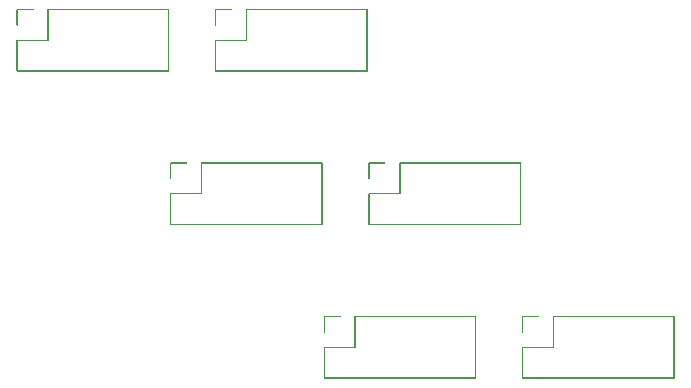
<source format=gbo>
%MOIN*%
%OFA0B0*%
%FSLAX44Y44*%
%IPPOS*%
%LPD*%
G36*
X00008460Y00037270D02*
G01*
X00008467Y00037271D01*
X00008474Y00037275D01*
X00008479Y00037280D01*
X00008482Y00037287D01*
X00008484Y00037294D01*
X00008484Y00039341D01*
X00008482Y00039348D01*
X00008479Y00039355D01*
X00008474Y00039360D01*
X00008467Y00039364D01*
X00008460Y00039365D01*
X00008453Y00039364D01*
X00008446Y00039360D01*
X00008441Y00039355D01*
X00008437Y00039348D01*
X00008436Y00039341D01*
X00008436Y00037294D01*
X00008437Y00037287D01*
X00008441Y00037280D01*
X00008446Y00037275D01*
X00008453Y00037271D01*
X00008460Y00037270D01*
G37*
G36*
X00008460Y00039318D02*
G01*
X00008467Y00039319D01*
X00008474Y00039322D01*
X00008479Y00039327D01*
X00008482Y00039334D01*
X00008484Y00039341D01*
X00008482Y00039348D01*
X00008479Y00039355D01*
X00008474Y00039360D01*
X00008467Y00039364D01*
X00008460Y00039365D01*
X00004436Y00039365D01*
X00004429Y00039364D01*
X00004422Y00039360D01*
X00004417Y00039355D01*
X00004414Y00039348D01*
X00004413Y00039341D01*
X00004414Y00039334D01*
X00004417Y00039327D01*
X00004422Y00039322D01*
X00004429Y00039319D01*
X00004436Y00039318D01*
X00008460Y00039318D01*
G37*
G36*
X00008460Y00037270D02*
G01*
X00008467Y00037271D01*
X00008474Y00037275D01*
X00008479Y00037280D01*
X00008482Y00037287D01*
X00008484Y00037294D01*
X00008482Y00037301D01*
X00008479Y00037308D01*
X00008474Y00037313D01*
X00008467Y00037316D01*
X00008460Y00037318D01*
X00003413Y00037318D01*
X00003405Y00037316D01*
X00003399Y00037313D01*
X00003394Y00037308D01*
X00003390Y00037301D01*
X00003388Y00037294D01*
X00003390Y00037287D01*
X00003394Y00037280D01*
X00003399Y00037275D01*
X00003405Y00037271D01*
X00003413Y00037270D01*
X00008460Y00037270D01*
G37*
G36*
X00004436Y00038294D02*
G01*
X00004444Y00038295D01*
X00004450Y00038298D01*
X00004455Y00038304D01*
X00004459Y00038309D01*
X00004460Y00038317D01*
X00004460Y00039341D01*
X00004459Y00039348D01*
X00004455Y00039355D01*
X00004450Y00039360D01*
X00004444Y00039364D01*
X00004436Y00039365D01*
X00004429Y00039364D01*
X00004422Y00039360D01*
X00004417Y00039355D01*
X00004414Y00039348D01*
X00004413Y00039341D01*
X00004413Y00038317D01*
X00004414Y00038309D01*
X00004417Y00038304D01*
X00004422Y00038298D01*
X00004429Y00038295D01*
X00004436Y00038294D01*
G37*
G36*
X00004436Y00038294D02*
G01*
X00004444Y00038295D01*
X00004450Y00038298D01*
X00004455Y00038304D01*
X00004459Y00038309D01*
X00004460Y00038317D01*
X00004459Y00038325D01*
X00004455Y00038331D01*
X00004450Y00038337D01*
X00004444Y00038340D01*
X00004436Y00038341D01*
X00003413Y00038341D01*
X00003405Y00038340D01*
X00003399Y00038337D01*
X00003394Y00038331D01*
X00003390Y00038325D01*
X00003388Y00038317D01*
X00003390Y00038309D01*
X00003394Y00038304D01*
X00003399Y00038298D01*
X00003405Y00038295D01*
X00003413Y00038294D01*
X00004436Y00038294D01*
G37*
G36*
X00003413Y00037270D02*
G01*
X00003420Y00037271D01*
X00003427Y00037275D01*
X00003431Y00037280D01*
X00003435Y00037287D01*
X00003436Y00037294D01*
X00003436Y00038317D01*
X00003435Y00038325D01*
X00003431Y00038331D01*
X00003427Y00038337D01*
X00003420Y00038340D01*
X00003413Y00038341D01*
X00003405Y00038340D01*
X00003399Y00038337D01*
X00003394Y00038331D01*
X00003390Y00038325D01*
X00003388Y00038317D01*
X00003388Y00037294D01*
X00003390Y00037287D01*
X00003394Y00037280D01*
X00003399Y00037275D01*
X00003405Y00037271D01*
X00003413Y00037270D01*
G37*
G36*
X00003936Y00039318D02*
G01*
X00003943Y00039319D01*
X00003950Y00039322D01*
X00003955Y00039327D01*
X00003958Y00039334D01*
X00003960Y00039341D01*
X00003958Y00039348D01*
X00003955Y00039355D01*
X00003950Y00039360D01*
X00003943Y00039364D01*
X00003936Y00039365D01*
X00003413Y00039365D01*
X00003405Y00039364D01*
X00003399Y00039360D01*
X00003394Y00039355D01*
X00003390Y00039348D01*
X00003388Y00039341D01*
X00003390Y00039334D01*
X00003394Y00039327D01*
X00003399Y00039322D01*
X00003405Y00039319D01*
X00003413Y00039318D01*
X00003936Y00039318D01*
G37*
G36*
X00003413Y00038793D02*
G01*
X00003420Y00038795D01*
X00003427Y00038797D01*
X00003431Y00038804D01*
X00003435Y00038809D01*
X00003436Y00038818D01*
X00003436Y00039341D01*
X00003435Y00039348D01*
X00003431Y00039355D01*
X00003427Y00039360D01*
X00003420Y00039364D01*
X00003413Y00039365D01*
X00003405Y00039364D01*
X00003399Y00039360D01*
X00003394Y00039355D01*
X00003390Y00039348D01*
X00003388Y00039341D01*
X00003388Y00038818D01*
X00003390Y00038809D01*
X00003394Y00038804D01*
X00003399Y00038797D01*
X00003405Y00038795D01*
X00003413Y00038793D01*
G37*
G36*
X00010027Y00038793D02*
G01*
X00010034Y00038795D01*
X00010041Y00038797D01*
X00010046Y00038804D01*
X00010048Y00038809D01*
X00010049Y00038818D01*
X00010049Y00039341D01*
X00010048Y00039348D01*
X00010046Y00039355D01*
X00010041Y00039360D01*
X00010034Y00039364D01*
X00010027Y00039365D01*
X00010020Y00039364D01*
X00010013Y00039360D01*
X00010008Y00039355D01*
X00010004Y00039348D01*
X00010003Y00039341D01*
X00010003Y00038818D01*
X00010004Y00038809D01*
X00010008Y00038804D01*
X00010013Y00038797D01*
X00010020Y00038795D01*
X00010027Y00038793D01*
G37*
G36*
X00010550Y00039318D02*
G01*
X00010558Y00039319D01*
X00010564Y00039322D01*
X00010570Y00039327D01*
X00010572Y00039334D01*
X00010573Y00039341D01*
X00010572Y00039348D01*
X00010570Y00039355D01*
X00010564Y00039360D01*
X00010558Y00039364D01*
X00010550Y00039365D01*
X00010027Y00039365D01*
X00010020Y00039364D01*
X00010013Y00039360D01*
X00010008Y00039355D01*
X00010004Y00039348D01*
X00010003Y00039341D01*
X00010004Y00039334D01*
X00010008Y00039327D01*
X00010013Y00039322D01*
X00010020Y00039319D01*
X00010027Y00039318D01*
X00010550Y00039318D01*
G37*
G36*
X00010027Y00037270D02*
G01*
X00010034Y00037271D01*
X00010041Y00037275D01*
X00010046Y00037280D01*
X00010048Y00037287D01*
X00010049Y00037294D01*
X00010049Y00038317D01*
X00010048Y00038325D01*
X00010046Y00038331D01*
X00010041Y00038337D01*
X00010034Y00038340D01*
X00010027Y00038341D01*
X00010020Y00038340D01*
X00010013Y00038337D01*
X00010008Y00038331D01*
X00010004Y00038325D01*
X00010003Y00038317D01*
X00010003Y00037294D01*
X00010004Y00037287D01*
X00010008Y00037280D01*
X00010013Y00037275D01*
X00010020Y00037271D01*
X00010027Y00037270D01*
G37*
G36*
X00011050Y00038294D02*
G01*
X00011057Y00038295D01*
X00011064Y00038298D01*
X00011070Y00038304D01*
X00011073Y00038309D01*
X00011074Y00038317D01*
X00011073Y00038325D01*
X00011070Y00038331D01*
X00011064Y00038337D01*
X00011057Y00038340D01*
X00011050Y00038341D01*
X00010027Y00038341D01*
X00010020Y00038340D01*
X00010013Y00038337D01*
X00010008Y00038331D01*
X00010004Y00038325D01*
X00010003Y00038317D01*
X00010004Y00038309D01*
X00010008Y00038304D01*
X00010013Y00038298D01*
X00010020Y00038295D01*
X00010027Y00038294D01*
X00011050Y00038294D01*
G37*
G36*
X00011050Y00038294D02*
G01*
X00011057Y00038295D01*
X00011064Y00038298D01*
X00011070Y00038304D01*
X00011073Y00038309D01*
X00011074Y00038317D01*
X00011074Y00039341D01*
X00011073Y00039348D01*
X00011070Y00039355D01*
X00011064Y00039360D01*
X00011057Y00039364D01*
X00011050Y00039365D01*
X00011043Y00039364D01*
X00011036Y00039360D01*
X00011031Y00039355D01*
X00011028Y00039348D01*
X00011027Y00039341D01*
X00011027Y00038317D01*
X00011028Y00038309D01*
X00011031Y00038304D01*
X00011036Y00038298D01*
X00011043Y00038295D01*
X00011050Y00038294D01*
G37*
G36*
X00015074Y00037270D02*
G01*
X00015081Y00037271D01*
X00015088Y00037275D01*
X00015093Y00037280D01*
X00015097Y00037287D01*
X00015098Y00037294D01*
X00015097Y00037301D01*
X00015093Y00037308D01*
X00015088Y00037313D01*
X00015081Y00037316D01*
X00015074Y00037318D01*
X00010027Y00037318D01*
X00010020Y00037316D01*
X00010013Y00037313D01*
X00010008Y00037308D01*
X00010004Y00037301D01*
X00010003Y00037294D01*
X00010004Y00037287D01*
X00010008Y00037280D01*
X00010013Y00037275D01*
X00010020Y00037271D01*
X00010027Y00037270D01*
X00015074Y00037270D01*
G37*
G36*
X00015074Y00039318D02*
G01*
X00015081Y00039319D01*
X00015088Y00039322D01*
X00015093Y00039327D01*
X00015097Y00039334D01*
X00015098Y00039341D01*
X00015097Y00039348D01*
X00015093Y00039355D01*
X00015088Y00039360D01*
X00015081Y00039364D01*
X00015074Y00039365D01*
X00011050Y00039365D01*
X00011043Y00039364D01*
X00011036Y00039360D01*
X00011031Y00039355D01*
X00011028Y00039348D01*
X00011027Y00039341D01*
X00011028Y00039334D01*
X00011031Y00039327D01*
X00011036Y00039322D01*
X00011043Y00039319D01*
X00011050Y00039318D01*
X00015074Y00039318D01*
G37*
G36*
X00015074Y00037270D02*
G01*
X00015081Y00037271D01*
X00015088Y00037275D01*
X00015093Y00037280D01*
X00015097Y00037287D01*
X00015098Y00037294D01*
X00015098Y00039341D01*
X00015097Y00039348D01*
X00015093Y00039355D01*
X00015088Y00039360D01*
X00015081Y00039364D01*
X00015074Y00039365D01*
X00015067Y00039364D01*
X00015060Y00039360D01*
X00015055Y00039355D01*
X00015052Y00039348D01*
X00015049Y00039341D01*
X00015049Y00037294D01*
X00015052Y00037287D01*
X00015055Y00037280D01*
X00015060Y00037275D01*
X00015067Y00037271D01*
X00015074Y00037270D01*
G37*
G04 next file*
G36*
X00013577Y00032152D02*
G01*
X00013585Y00032152D01*
X00013592Y00032156D01*
X00013596Y00032162D01*
X00013600Y00032168D01*
X00013601Y00032176D01*
X00013601Y00034223D01*
X00013600Y00034230D01*
X00013596Y00034237D01*
X00013592Y00034242D01*
X00013585Y00034246D01*
X00013577Y00034247D01*
X00013571Y00034246D01*
X00013564Y00034242D01*
X00013559Y00034237D01*
X00013555Y00034230D01*
X00013553Y00034223D01*
X00013553Y00032176D01*
X00013555Y00032168D01*
X00013559Y00032162D01*
X00013564Y00032156D01*
X00013571Y00032152D01*
X00013577Y00032152D01*
G37*
G36*
X00013577Y00034200D02*
G01*
X00013585Y00034201D01*
X00013592Y00034204D01*
X00013596Y00034209D01*
X00013600Y00034216D01*
X00013601Y00034223D01*
X00013600Y00034230D01*
X00013596Y00034237D01*
X00013592Y00034242D01*
X00013585Y00034246D01*
X00013577Y00034247D01*
X00009554Y00034247D01*
X00009547Y00034246D01*
X00009540Y00034242D01*
X00009535Y00034237D01*
X00009532Y00034230D01*
X00009531Y00034223D01*
X00009532Y00034216D01*
X00009535Y00034209D01*
X00009540Y00034204D01*
X00009547Y00034201D01*
X00009554Y00034200D01*
X00013577Y00034200D01*
G37*
G36*
X00013577Y00032152D02*
G01*
X00013585Y00032152D01*
X00013592Y00032156D01*
X00013596Y00032162D01*
X00013600Y00032168D01*
X00013601Y00032176D01*
X00013600Y00032183D01*
X00013596Y00032190D01*
X00013592Y00032195D01*
X00013585Y00032198D01*
X00013577Y00032200D01*
X00008531Y00032200D01*
X00008523Y00032198D01*
X00008517Y00032195D01*
X00008512Y00032190D01*
X00008508Y00032183D01*
X00008507Y00032176D01*
X00008508Y00032168D01*
X00008512Y00032162D01*
X00008517Y00032156D01*
X00008523Y00032152D01*
X00008531Y00032152D01*
X00013577Y00032152D01*
G37*
G36*
X00009554Y00033176D02*
G01*
X00009562Y00033177D01*
X00009568Y00033180D01*
X00009573Y00033186D01*
X00009577Y00033192D01*
X00009578Y00033200D01*
X00009578Y00034223D01*
X00009577Y00034230D01*
X00009573Y00034237D01*
X00009568Y00034242D01*
X00009562Y00034246D01*
X00009554Y00034247D01*
X00009547Y00034246D01*
X00009540Y00034242D01*
X00009535Y00034237D01*
X00009532Y00034230D01*
X00009531Y00034223D01*
X00009531Y00033200D01*
X00009532Y00033192D01*
X00009535Y00033186D01*
X00009540Y00033180D01*
X00009547Y00033177D01*
X00009554Y00033176D01*
G37*
G36*
X00009554Y00033176D02*
G01*
X00009562Y00033177D01*
X00009568Y00033180D01*
X00009573Y00033186D01*
X00009577Y00033192D01*
X00009578Y00033200D01*
X00009577Y00033207D01*
X00009573Y00033213D01*
X00009568Y00033219D01*
X00009562Y00033221D01*
X00009554Y00033223D01*
X00008531Y00033223D01*
X00008523Y00033221D01*
X00008517Y00033219D01*
X00008512Y00033213D01*
X00008508Y00033207D01*
X00008507Y00033200D01*
X00008508Y00033192D01*
X00008512Y00033186D01*
X00008517Y00033180D01*
X00008523Y00033177D01*
X00008531Y00033176D01*
X00009554Y00033176D01*
G37*
G36*
X00008531Y00032152D02*
G01*
X00008538Y00032152D01*
X00008545Y00032156D01*
X00008550Y00032162D01*
X00008553Y00032168D01*
X00008554Y00032176D01*
X00008554Y00033200D01*
X00008553Y00033207D01*
X00008550Y00033213D01*
X00008545Y00033219D01*
X00008538Y00033221D01*
X00008531Y00033223D01*
X00008523Y00033221D01*
X00008517Y00033219D01*
X00008512Y00033213D01*
X00008508Y00033207D01*
X00008507Y00033200D01*
X00008507Y00032176D01*
X00008508Y00032168D01*
X00008512Y00032162D01*
X00008517Y00032156D01*
X00008523Y00032152D01*
X00008531Y00032152D01*
G37*
G36*
X00009054Y00034200D02*
G01*
X00009062Y00034201D01*
X00009068Y00034204D01*
X00009073Y00034209D01*
X00009077Y00034216D01*
X00009078Y00034223D01*
X00009077Y00034230D01*
X00009073Y00034237D01*
X00009068Y00034242D01*
X00009062Y00034246D01*
X00009054Y00034247D01*
X00008531Y00034247D01*
X00008523Y00034246D01*
X00008517Y00034242D01*
X00008512Y00034237D01*
X00008508Y00034230D01*
X00008507Y00034223D01*
X00008508Y00034216D01*
X00008512Y00034209D01*
X00008517Y00034204D01*
X00008523Y00034201D01*
X00008531Y00034200D01*
X00009054Y00034200D01*
G37*
G36*
X00008531Y00033676D02*
G01*
X00008538Y00033677D01*
X00008545Y00033680D01*
X00008550Y00033686D01*
X00008553Y00033692D01*
X00008554Y00033700D01*
X00008554Y00034223D01*
X00008553Y00034230D01*
X00008550Y00034237D01*
X00008545Y00034242D01*
X00008538Y00034246D01*
X00008531Y00034247D01*
X00008523Y00034246D01*
X00008517Y00034242D01*
X00008512Y00034237D01*
X00008508Y00034230D01*
X00008507Y00034223D01*
X00008507Y00033700D01*
X00008508Y00033692D01*
X00008512Y00033686D01*
X00008517Y00033680D01*
X00008523Y00033677D01*
X00008531Y00033676D01*
G37*
G36*
X00015145Y00033676D02*
G01*
X00015152Y00033677D01*
X00015159Y00033680D01*
X00015164Y00033686D01*
X00015167Y00033692D01*
X00015168Y00033700D01*
X00015168Y00034223D01*
X00015167Y00034230D01*
X00015164Y00034237D01*
X00015159Y00034242D01*
X00015152Y00034246D01*
X00015145Y00034247D01*
X00015138Y00034246D01*
X00015130Y00034242D01*
X00015125Y00034237D01*
X00015121Y00034230D01*
X00015121Y00034223D01*
X00015121Y00033700D01*
X00015121Y00033692D01*
X00015125Y00033686D01*
X00015130Y00033680D01*
X00015138Y00033677D01*
X00015145Y00033676D01*
G37*
G36*
X00015668Y00034200D02*
G01*
X00015676Y00034201D01*
X00015682Y00034204D01*
X00015688Y00034209D01*
X00015691Y00034216D01*
X00015692Y00034223D01*
X00015691Y00034230D01*
X00015688Y00034237D01*
X00015682Y00034242D01*
X00015676Y00034246D01*
X00015668Y00034247D01*
X00015145Y00034247D01*
X00015138Y00034246D01*
X00015130Y00034242D01*
X00015125Y00034237D01*
X00015121Y00034230D01*
X00015121Y00034223D01*
X00015121Y00034216D01*
X00015125Y00034209D01*
X00015130Y00034204D01*
X00015138Y00034201D01*
X00015145Y00034200D01*
X00015668Y00034200D01*
G37*
G36*
X00015145Y00032152D02*
G01*
X00015152Y00032152D01*
X00015159Y00032156D01*
X00015164Y00032162D01*
X00015167Y00032168D01*
X00015168Y00032176D01*
X00015168Y00033200D01*
X00015167Y00033207D01*
X00015164Y00033213D01*
X00015159Y00033219D01*
X00015152Y00033221D01*
X00015145Y00033223D01*
X00015138Y00033221D01*
X00015130Y00033219D01*
X00015125Y00033213D01*
X00015121Y00033207D01*
X00015121Y00033200D01*
X00015121Y00032176D01*
X00015121Y00032168D01*
X00015125Y00032162D01*
X00015130Y00032156D01*
X00015138Y00032152D01*
X00015145Y00032152D01*
G37*
G36*
X00016168Y00033176D02*
G01*
X00016176Y00033177D01*
X00016182Y00033180D01*
X00016188Y00033186D01*
X00016191Y00033192D01*
X00016192Y00033200D01*
X00016191Y00033207D01*
X00016188Y00033213D01*
X00016182Y00033219D01*
X00016176Y00033221D01*
X00016168Y00033223D01*
X00015145Y00033223D01*
X00015138Y00033221D01*
X00015130Y00033219D01*
X00015125Y00033213D01*
X00015121Y00033207D01*
X00015121Y00033200D01*
X00015121Y00033192D01*
X00015125Y00033186D01*
X00015130Y00033180D01*
X00015138Y00033177D01*
X00015145Y00033176D01*
X00016168Y00033176D01*
G37*
G36*
X00016168Y00033176D02*
G01*
X00016176Y00033177D01*
X00016182Y00033180D01*
X00016188Y00033186D01*
X00016191Y00033192D01*
X00016192Y00033200D01*
X00016192Y00034223D01*
X00016191Y00034230D01*
X00016188Y00034237D01*
X00016182Y00034242D01*
X00016176Y00034246D01*
X00016168Y00034247D01*
X00016161Y00034246D01*
X00016155Y00034242D01*
X00016149Y00034237D01*
X00016146Y00034230D01*
X00016145Y00034223D01*
X00016145Y00033200D01*
X00016146Y00033192D01*
X00016149Y00033186D01*
X00016155Y00033180D01*
X00016161Y00033177D01*
X00016168Y00033176D01*
G37*
G36*
X00020192Y00032152D02*
G01*
X00020198Y00032152D01*
X00020206Y00032156D01*
X00020211Y00032162D01*
X00020215Y00032168D01*
X00020216Y00032176D01*
X00020215Y00032183D01*
X00020211Y00032190D01*
X00020206Y00032195D01*
X00020198Y00032198D01*
X00020192Y00032200D01*
X00015145Y00032200D01*
X00015138Y00032198D01*
X00015130Y00032195D01*
X00015125Y00032190D01*
X00015121Y00032183D01*
X00015121Y00032176D01*
X00015121Y00032168D01*
X00015125Y00032162D01*
X00015130Y00032156D01*
X00015138Y00032152D01*
X00015145Y00032152D01*
X00020192Y00032152D01*
G37*
G36*
X00020192Y00034200D02*
G01*
X00020198Y00034201D01*
X00020206Y00034204D01*
X00020211Y00034209D01*
X00020215Y00034216D01*
X00020216Y00034223D01*
X00020215Y00034230D01*
X00020211Y00034237D01*
X00020206Y00034242D01*
X00020198Y00034246D01*
X00020192Y00034247D01*
X00016168Y00034247D01*
X00016161Y00034246D01*
X00016155Y00034242D01*
X00016149Y00034237D01*
X00016146Y00034230D01*
X00016145Y00034223D01*
X00016146Y00034216D01*
X00016149Y00034209D01*
X00016155Y00034204D01*
X00016161Y00034201D01*
X00016168Y00034200D01*
X00020192Y00034200D01*
G37*
G36*
X00020192Y00032152D02*
G01*
X00020198Y00032152D01*
X00020206Y00032156D01*
X00020211Y00032162D01*
X00020215Y00032168D01*
X00020216Y00032176D01*
X00020216Y00034223D01*
X00020215Y00034230D01*
X00020211Y00034237D01*
X00020206Y00034242D01*
X00020198Y00034246D01*
X00020192Y00034247D01*
X00020185Y00034246D01*
X00020177Y00034242D01*
X00020173Y00034237D01*
X00020170Y00034230D01*
X00020168Y00034223D01*
X00020168Y00032176D01*
X00020170Y00032168D01*
X00020173Y00032162D01*
X00020177Y00032156D01*
X00020185Y00032152D01*
X00020192Y00032152D01*
G37*
G04 next file*
G36*
X00018696Y00027034D02*
G01*
X00018703Y00027035D01*
X00018710Y00027039D01*
X00018715Y00027044D01*
X00018718Y00027051D01*
X00018720Y00027058D01*
X00018720Y00029105D01*
X00018718Y00029112D01*
X00018715Y00029119D01*
X00018710Y00029124D01*
X00018703Y00029128D01*
X00018696Y00029128D01*
X00018689Y00029128D01*
X00018682Y00029124D01*
X00018676Y00029119D01*
X00018672Y00029112D01*
X00018672Y00029105D01*
X00018672Y00027058D01*
X00018672Y00027051D01*
X00018676Y00027044D01*
X00018682Y00027039D01*
X00018689Y00027035D01*
X00018696Y00027034D01*
G37*
G36*
X00018696Y00029082D02*
G01*
X00018703Y00029083D01*
X00018710Y00029086D01*
X00018715Y00029091D01*
X00018718Y00029098D01*
X00018720Y00029105D01*
X00018718Y00029112D01*
X00018715Y00029119D01*
X00018710Y00029124D01*
X00018703Y00029128D01*
X00018696Y00029128D01*
X00014672Y00029128D01*
X00014665Y00029128D01*
X00014658Y00029124D01*
X00014653Y00029119D01*
X00014650Y00029112D01*
X00014649Y00029105D01*
X00014650Y00029098D01*
X00014653Y00029091D01*
X00014658Y00029086D01*
X00014665Y00029083D01*
X00014672Y00029082D01*
X00018696Y00029082D01*
G37*
G36*
X00018696Y00027034D02*
G01*
X00018703Y00027035D01*
X00018710Y00027039D01*
X00018715Y00027044D01*
X00018718Y00027051D01*
X00018720Y00027058D01*
X00018718Y00027064D01*
X00018715Y00027072D01*
X00018710Y00027077D01*
X00018703Y00027080D01*
X00018696Y00027082D01*
X00013649Y00027082D01*
X00013641Y00027080D01*
X00013635Y00027077D01*
X00013630Y00027072D01*
X00013626Y00027064D01*
X00013625Y00027058D01*
X00013626Y00027051D01*
X00013630Y00027044D01*
X00013635Y00027039D01*
X00013641Y00027035D01*
X00013649Y00027034D01*
X00018696Y00027034D01*
G37*
G36*
X00014672Y00028058D02*
G01*
X00014680Y00028059D01*
X00014685Y00028062D01*
X00014691Y00028067D01*
X00014695Y00028074D01*
X00014695Y00028081D01*
X00014695Y00029105D01*
X00014695Y00029112D01*
X00014691Y00029119D01*
X00014685Y00029124D01*
X00014680Y00029128D01*
X00014672Y00029128D01*
X00014665Y00029128D01*
X00014658Y00029124D01*
X00014653Y00029119D01*
X00014650Y00029112D01*
X00014649Y00029105D01*
X00014649Y00028081D01*
X00014650Y00028074D01*
X00014653Y00028067D01*
X00014658Y00028062D01*
X00014665Y00028059D01*
X00014672Y00028058D01*
G37*
G36*
X00014672Y00028058D02*
G01*
X00014680Y00028059D01*
X00014685Y00028062D01*
X00014691Y00028067D01*
X00014695Y00028074D01*
X00014695Y00028081D01*
X00014695Y00028089D01*
X00014691Y00028095D01*
X00014685Y00028101D01*
X00014680Y00028104D01*
X00014672Y00028105D01*
X00013649Y00028105D01*
X00013641Y00028104D01*
X00013635Y00028101D01*
X00013630Y00028095D01*
X00013626Y00028089D01*
X00013625Y00028081D01*
X00013626Y00028074D01*
X00013630Y00028067D01*
X00013635Y00028062D01*
X00013641Y00028059D01*
X00013649Y00028058D01*
X00014672Y00028058D01*
G37*
G36*
X00013649Y00027034D02*
G01*
X00013656Y00027035D01*
X00013663Y00027039D01*
X00013667Y00027044D01*
X00013671Y00027051D01*
X00013671Y00027058D01*
X00013671Y00028081D01*
X00013671Y00028089D01*
X00013667Y00028095D01*
X00013663Y00028101D01*
X00013656Y00028104D01*
X00013649Y00028105D01*
X00013641Y00028104D01*
X00013635Y00028101D01*
X00013630Y00028095D01*
X00013626Y00028089D01*
X00013625Y00028081D01*
X00013625Y00027058D01*
X00013626Y00027051D01*
X00013630Y00027044D01*
X00013635Y00027039D01*
X00013641Y00027035D01*
X00013649Y00027034D01*
G37*
G36*
X00014172Y00029082D02*
G01*
X00014180Y00029083D01*
X00014186Y00029086D01*
X00014191Y00029091D01*
X00014195Y00029098D01*
X00014196Y00029105D01*
X00014195Y00029112D01*
X00014191Y00029119D01*
X00014186Y00029124D01*
X00014180Y00029128D01*
X00014172Y00029128D01*
X00013649Y00029128D01*
X00013641Y00029128D01*
X00013635Y00029124D01*
X00013630Y00029119D01*
X00013626Y00029112D01*
X00013625Y00029105D01*
X00013626Y00029098D01*
X00013630Y00029091D01*
X00013635Y00029086D01*
X00013641Y00029083D01*
X00013649Y00029082D01*
X00014172Y00029082D01*
G37*
G36*
X00013649Y00028558D02*
G01*
X00013656Y00028559D01*
X00013663Y00028562D01*
X00013667Y00028567D01*
X00013671Y00028574D01*
X00013671Y00028582D01*
X00013671Y00029105D01*
X00013671Y00029112D01*
X00013667Y00029119D01*
X00013663Y00029124D01*
X00013656Y00029128D01*
X00013649Y00029128D01*
X00013641Y00029128D01*
X00013635Y00029124D01*
X00013630Y00029119D01*
X00013626Y00029112D01*
X00013625Y00029105D01*
X00013625Y00028582D01*
X00013626Y00028574D01*
X00013630Y00028567D01*
X00013635Y00028562D01*
X00013641Y00028559D01*
X00013649Y00028558D01*
G37*
G36*
X00020263Y00028558D02*
G01*
X00020270Y00028559D01*
X00020277Y00028562D01*
X00020282Y00028567D01*
X00020285Y00028574D01*
X00020286Y00028582D01*
X00020286Y00029105D01*
X00020285Y00029112D01*
X00020282Y00029119D01*
X00020277Y00029124D01*
X00020270Y00029128D01*
X00020263Y00029128D01*
X00020256Y00029128D01*
X00020249Y00029124D01*
X00020244Y00029119D01*
X00020240Y00029112D01*
X00020238Y00029105D01*
X00020238Y00028582D01*
X00020240Y00028574D01*
X00020244Y00028567D01*
X00020249Y00028562D01*
X00020256Y00028559D01*
X00020263Y00028558D01*
G37*
G36*
X00020785Y00029082D02*
G01*
X00020794Y00029083D01*
X00020800Y00029086D01*
X00020806Y00029091D01*
X00020809Y00029098D01*
X00020810Y00029105D01*
X00020809Y00029112D01*
X00020806Y00029119D01*
X00020800Y00029124D01*
X00020794Y00029128D01*
X00020785Y00029128D01*
X00020263Y00029128D01*
X00020256Y00029128D01*
X00020249Y00029124D01*
X00020244Y00029119D01*
X00020240Y00029112D01*
X00020238Y00029105D01*
X00020240Y00029098D01*
X00020244Y00029091D01*
X00020249Y00029086D01*
X00020256Y00029083D01*
X00020263Y00029082D01*
X00020785Y00029082D01*
G37*
G36*
X00020263Y00027034D02*
G01*
X00020270Y00027035D01*
X00020277Y00027039D01*
X00020282Y00027044D01*
X00020285Y00027051D01*
X00020286Y00027058D01*
X00020286Y00028081D01*
X00020285Y00028089D01*
X00020282Y00028095D01*
X00020277Y00028101D01*
X00020270Y00028104D01*
X00020263Y00028105D01*
X00020256Y00028104D01*
X00020249Y00028101D01*
X00020244Y00028095D01*
X00020240Y00028089D01*
X00020238Y00028081D01*
X00020238Y00027058D01*
X00020240Y00027051D01*
X00020244Y00027044D01*
X00020249Y00027039D01*
X00020256Y00027035D01*
X00020263Y00027034D01*
G37*
G36*
X00021286Y00028058D02*
G01*
X00021294Y00028059D01*
X00021300Y00028062D01*
X00021306Y00028067D01*
X00021309Y00028074D01*
X00021309Y00028081D01*
X00021309Y00028089D01*
X00021306Y00028095D01*
X00021300Y00028101D01*
X00021294Y00028104D01*
X00021286Y00028105D01*
X00020263Y00028105D01*
X00020256Y00028104D01*
X00020249Y00028101D01*
X00020244Y00028095D01*
X00020240Y00028089D01*
X00020238Y00028081D01*
X00020240Y00028074D01*
X00020244Y00028067D01*
X00020249Y00028062D01*
X00020256Y00028059D01*
X00020263Y00028058D01*
X00021286Y00028058D01*
G37*
G36*
X00021286Y00028058D02*
G01*
X00021294Y00028059D01*
X00021300Y00028062D01*
X00021306Y00028067D01*
X00021309Y00028074D01*
X00021309Y00028081D01*
X00021309Y00029105D01*
X00021309Y00029112D01*
X00021306Y00029119D01*
X00021300Y00029124D01*
X00021294Y00029128D01*
X00021286Y00029128D01*
X00021279Y00029128D01*
X00021273Y00029124D01*
X00021267Y00029119D01*
X00021264Y00029112D01*
X00021263Y00029105D01*
X00021263Y00028081D01*
X00021264Y00028074D01*
X00021267Y00028067D01*
X00021273Y00028062D01*
X00021279Y00028059D01*
X00021286Y00028058D01*
G37*
G36*
X00025310Y00027034D02*
G01*
X00025317Y00027035D01*
X00025324Y00027039D01*
X00025329Y00027044D01*
X00025333Y00027051D01*
X00025334Y00027058D01*
X00025333Y00027064D01*
X00025329Y00027072D01*
X00025324Y00027077D01*
X00025317Y00027080D01*
X00025310Y00027082D01*
X00020263Y00027082D01*
X00020256Y00027080D01*
X00020249Y00027077D01*
X00020244Y00027072D01*
X00020240Y00027064D01*
X00020238Y00027058D01*
X00020240Y00027051D01*
X00020244Y00027044D01*
X00020249Y00027039D01*
X00020256Y00027035D01*
X00020263Y00027034D01*
X00025310Y00027034D01*
G37*
G36*
X00025310Y00029082D02*
G01*
X00025317Y00029083D01*
X00025324Y00029086D01*
X00025329Y00029091D01*
X00025333Y00029098D01*
X00025334Y00029105D01*
X00025333Y00029112D01*
X00025329Y00029119D01*
X00025324Y00029124D01*
X00025317Y00029128D01*
X00025310Y00029128D01*
X00021286Y00029128D01*
X00021279Y00029128D01*
X00021273Y00029124D01*
X00021267Y00029119D01*
X00021264Y00029112D01*
X00021263Y00029105D01*
X00021264Y00029098D01*
X00021267Y00029091D01*
X00021273Y00029086D01*
X00021279Y00029083D01*
X00021286Y00029082D01*
X00025310Y00029082D01*
G37*
G36*
X00025310Y00027034D02*
G01*
X00025317Y00027035D01*
X00025324Y00027039D01*
X00025329Y00027044D01*
X00025333Y00027051D01*
X00025334Y00027058D01*
X00025334Y00029105D01*
X00025333Y00029112D01*
X00025329Y00029119D01*
X00025324Y00029124D01*
X00025317Y00029128D01*
X00025310Y00029128D01*
X00025303Y00029128D01*
X00025296Y00029124D01*
X00025291Y00029119D01*
X00025287Y00029112D01*
X00025286Y00029105D01*
X00025286Y00027058D01*
X00025287Y00027051D01*
X00025291Y00027044D01*
X00025296Y00027039D01*
X00025303Y00027035D01*
X00025310Y00027034D01*
G37*
M02*
</source>
